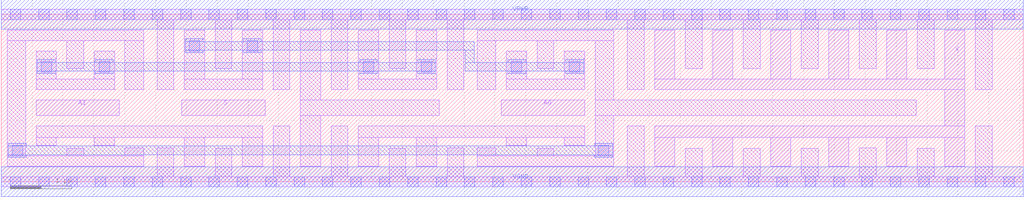
<source format=lef>
# Copyright 2020 The SkyWater PDK Authors
#
# Licensed under the Apache License, Version 2.0 (the "License");
# you may not use this file except in compliance with the License.
# You may obtain a copy of the License at
#
#     https://www.apache.org/licenses/LICENSE-2.0
#
# Unless required by applicable law or agreed to in writing, software
# distributed under the License is distributed on an "AS IS" BASIS,
# WITHOUT WARRANTIES OR CONDITIONS OF ANY KIND, either express or implied.
# See the License for the specific language governing permissions and
# limitations under the License.
#
# SPDX-License-Identifier: Apache-2.0

VERSION 5.7 ;
BUSBITCHARS "[]" ;
DIVIDERCHAR "/" ;
PROPERTYDEFINITIONS
  MACRO maskLayoutSubType STRING ;
  MACRO prCellType STRING ;
  MACRO originalViewName STRING ;
END PROPERTYDEFINITIONS
MACRO sky130_fd_sc_hdll__mux2_12
  ORIGIN  0.000000  0.000000 ;
  CLASS CORE ;
  SYMMETRY X Y R90 ;
  SIZE  16.56000 BY  2.720000 ;
  SITE unithd ;
  PIN A0
    ANTENNAGATEAREA  1.110000 ;
    DIRECTION INPUT ;
    USE SIGNAL ;
    PORT
      LAYER li1 ;
        RECT 8.105000 1.075000 9.455000 1.325000 ;
    END
  END A0
  PIN A1
    ANTENNAGATEAREA  1.110000 ;
    DIRECTION INPUT ;
    USE SIGNAL ;
    PORT
      LAYER li1 ;
        RECT 0.565000 1.075000 1.915000 1.325000 ;
    END
  END A1
  PIN S
    ANTENNAGATEAREA  1.665000 ;
    DIRECTION INPUT ;
    USE SIGNAL ;
    PORT
      LAYER li1 ;
        RECT 2.925000 1.075000 4.275000 1.325000 ;
    END
  END S
  PIN VGND
    DIRECTION INOUT ;
    USE SIGNAL ;
    PORT
      LAYER met1 ;
        RECT 0.000000 -0.240000 16.560000 0.240000 ;
    END
  END VGND
  PIN VPWR
    DIRECTION INOUT ;
    USE SIGNAL ;
    PORT
      LAYER met1 ;
        RECT 0.000000 2.480000 16.560000 2.960000 ;
    END
  END VPWR
  PIN X
    ANTENNADIFFAREA  2.793000 ;
    DIRECTION OUTPUT ;
    USE SIGNAL ;
    PORT
      LAYER li1 ;
        RECT 10.585000 0.255000 10.915000 0.725000 ;
        RECT 10.585000 0.725000 15.615000 0.905000 ;
        RECT 10.585000 1.495000 15.615000 1.665000 ;
        RECT 10.585000 1.665000 10.915000 2.465000 ;
        RECT 11.525000 0.255000 11.855000 0.725000 ;
        RECT 11.525000 1.665000 11.855000 2.465000 ;
        RECT 12.465000 0.255000 12.795000 0.725000 ;
        RECT 12.465000 1.665000 12.795000 2.465000 ;
        RECT 13.405000 0.255000 13.735000 0.725000 ;
        RECT 13.405000 1.665000 13.735000 2.465000 ;
        RECT 14.345000 0.255000 14.675000 0.725000 ;
        RECT 14.345000 1.665000 14.675000 2.465000 ;
        RECT 15.285000 0.255000 15.615000 0.725000 ;
        RECT 15.285000 0.905000 15.615000 1.495000 ;
        RECT 15.285000 1.665000 15.615000 2.465000 ;
    END
  END X
  OBS
    LAYER li1 ;
      RECT  0.000000 -0.085000 16.560000 0.085000 ;
      RECT  0.000000  2.635000 16.560000 2.805000 ;
      RECT  0.095000  0.255000  2.305000 0.425000 ;
      RECT  0.095000  0.425000  0.395000 2.295000 ;
      RECT  0.095000  2.295000  2.305000 2.465000 ;
      RECT  0.565000  0.595000  0.895000 0.725000 ;
      RECT  0.565000  0.725000  4.235000 0.905000 ;
      RECT  0.565000  1.495000  1.835000 1.665000 ;
      RECT  0.565000  1.665000  0.895000 2.125000 ;
      RECT  1.065000  0.425000  1.335000 0.545000 ;
      RECT  1.065000  1.835000  1.335000 2.295000 ;
      RECT  1.505000  0.595000  1.835000 0.725000 ;
      RECT  1.505000  1.665000  1.835000 2.125000 ;
      RECT  2.005000  0.425000  2.305000 0.550000 ;
      RECT  2.005000  1.495000  2.305000 2.295000 ;
      RECT  2.525000  0.085000  2.795000 0.550000 ;
      RECT  2.525000  1.495000  2.795000 2.635000 ;
      RECT  2.965000  0.255000  3.295000 0.725000 ;
      RECT  2.965000  1.495000  4.235000 1.665000 ;
      RECT  2.965000  1.665000  3.295000 2.465000 ;
      RECT  3.465000  0.085000  3.735000 0.545000 ;
      RECT  3.465000  1.835000  3.735000 2.635000 ;
      RECT  3.905000  0.255000  4.235000 0.725000 ;
      RECT  3.905000  1.665000  4.235000 2.465000 ;
      RECT  4.405000  0.085000  4.675000 0.905000 ;
      RECT  4.405000  1.495000  4.675000 2.635000 ;
      RECT  4.845000  0.255000  5.175000 1.075000 ;
      RECT  4.845000  1.075000  7.095000 1.325000 ;
      RECT  4.845000  1.325000  5.175000 2.465000 ;
      RECT  5.345000  0.085000  5.615000 0.905000 ;
      RECT  5.345000  1.495000  5.615000 2.635000 ;
      RECT  5.785000  0.255000  6.115000 0.725000 ;
      RECT  5.785000  0.725000  9.455000 0.905000 ;
      RECT  5.785000  1.495000  7.055000 1.665000 ;
      RECT  5.785000  1.665000  6.115000 2.465000 ;
      RECT  6.285000  0.085000  6.555000 0.545000 ;
      RECT  6.285000  1.835000  6.555000 2.635000 ;
      RECT  6.725000  0.255000  7.055000 0.725000 ;
      RECT  6.725000  1.665000  7.055000 2.465000 ;
      RECT  7.225000  0.085000  7.495000 0.550000 ;
      RECT  7.225000  1.495000  7.495000 2.635000 ;
      RECT  7.715000  0.255000  9.925000 0.425000 ;
      RECT  7.715000  0.425000  8.015000 0.550000 ;
      RECT  7.715000  1.495000  8.015000 2.295000 ;
      RECT  7.715000  2.295000  9.925000 2.465000 ;
      RECT  8.185000  0.595000  8.515000 0.725000 ;
      RECT  8.185000  1.495000  9.455000 1.665000 ;
      RECT  8.185000  1.665000  8.515000 2.125000 ;
      RECT  8.685000  0.425000  8.955000 0.545000 ;
      RECT  8.685000  1.835000  8.955000 2.295000 ;
      RECT  9.125000  0.595000  9.455000 0.725000 ;
      RECT  9.125000  1.665000  9.455000 2.125000 ;
      RECT  9.625000  0.425000  9.925000 1.075000 ;
      RECT  9.625000  1.075000 14.825000 1.325000 ;
      RECT  9.625000  1.325000  9.925000 2.295000 ;
      RECT 10.145000  0.085000 10.415000 0.905000 ;
      RECT 10.145000  1.495000 10.415000 2.635000 ;
      RECT 11.085000  0.085000 11.355000 0.545000 ;
      RECT 11.085000  1.835000 11.355000 2.635000 ;
      RECT 12.025000  0.085000 12.295000 0.545000 ;
      RECT 12.025000  1.835000 12.295000 2.635000 ;
      RECT 12.965000  0.085000 13.235000 0.545000 ;
      RECT 12.965000  1.835000 13.235000 2.635000 ;
      RECT 13.905000  0.085000 14.175000 0.550000 ;
      RECT 13.905000  1.835000 14.175000 2.635000 ;
      RECT 14.845000  0.085000 15.115000 0.545000 ;
      RECT 14.845000  1.835000 15.115000 2.635000 ;
      RECT 15.785000  0.085000 16.055000 0.905000 ;
      RECT 15.785000  1.495000 16.055000 2.635000 ;
    LAYER mcon ;
      RECT  0.145000 -0.085000  0.315000 0.085000 ;
      RECT  0.145000  2.635000  0.315000 2.805000 ;
      RECT  0.175000  0.425000  0.345000 0.595000 ;
      RECT  0.605000 -0.085000  0.775000 0.085000 ;
      RECT  0.605000  2.635000  0.775000 2.805000 ;
      RECT  0.645000  1.785000  0.815000 1.955000 ;
      RECT  1.065000 -0.085000  1.235000 0.085000 ;
      RECT  1.065000  2.635000  1.235000 2.805000 ;
      RECT  1.525000 -0.085000  1.695000 0.085000 ;
      RECT  1.525000  2.635000  1.695000 2.805000 ;
      RECT  1.585000  1.785000  1.755000 1.955000 ;
      RECT  1.985000 -0.085000  2.155000 0.085000 ;
      RECT  1.985000  2.635000  2.155000 2.805000 ;
      RECT  2.445000 -0.085000  2.615000 0.085000 ;
      RECT  2.445000  2.635000  2.615000 2.805000 ;
      RECT  2.905000 -0.085000  3.075000 0.085000 ;
      RECT  2.905000  2.635000  3.075000 2.805000 ;
      RECT  3.045000  2.125000  3.215000 2.295000 ;
      RECT  3.365000 -0.085000  3.535000 0.085000 ;
      RECT  3.365000  2.635000  3.535000 2.805000 ;
      RECT  3.825000 -0.085000  3.995000 0.085000 ;
      RECT  3.825000  2.635000  3.995000 2.805000 ;
      RECT  3.985000  2.125000  4.155000 2.295000 ;
      RECT  4.285000 -0.085000  4.455000 0.085000 ;
      RECT  4.285000  2.635000  4.455000 2.805000 ;
      RECT  4.745000 -0.085000  4.915000 0.085000 ;
      RECT  4.745000  2.635000  4.915000 2.805000 ;
      RECT  5.205000 -0.085000  5.375000 0.085000 ;
      RECT  5.205000  2.635000  5.375000 2.805000 ;
      RECT  5.665000 -0.085000  5.835000 0.085000 ;
      RECT  5.665000  2.635000  5.835000 2.805000 ;
      RECT  5.865000  1.785000  6.035000 1.955000 ;
      RECT  6.125000 -0.085000  6.295000 0.085000 ;
      RECT  6.125000  2.635000  6.295000 2.805000 ;
      RECT  6.585000 -0.085000  6.755000 0.085000 ;
      RECT  6.585000  2.635000  6.755000 2.805000 ;
      RECT  6.805000  1.785000  6.975000 1.955000 ;
      RECT  7.045000 -0.085000  7.215000 0.085000 ;
      RECT  7.045000  2.635000  7.215000 2.805000 ;
      RECT  7.505000 -0.085000  7.675000 0.085000 ;
      RECT  7.505000  2.635000  7.675000 2.805000 ;
      RECT  7.965000 -0.085000  8.135000 0.085000 ;
      RECT  7.965000  2.635000  8.135000 2.805000 ;
      RECT  8.265000  1.785000  8.435000 1.955000 ;
      RECT  8.425000 -0.085000  8.595000 0.085000 ;
      RECT  8.425000  2.635000  8.595000 2.805000 ;
      RECT  8.885000 -0.085000  9.055000 0.085000 ;
      RECT  8.885000  2.635000  9.055000 2.805000 ;
      RECT  9.205000  1.785000  9.375000 1.955000 ;
      RECT  9.345000 -0.085000  9.515000 0.085000 ;
      RECT  9.345000  2.635000  9.515000 2.805000 ;
      RECT  9.675000  0.425000  9.845000 0.595000 ;
      RECT  9.805000 -0.085000  9.975000 0.085000 ;
      RECT  9.805000  2.635000  9.975000 2.805000 ;
      RECT 10.265000 -0.085000 10.435000 0.085000 ;
      RECT 10.265000  2.635000 10.435000 2.805000 ;
      RECT 10.725000 -0.085000 10.895000 0.085000 ;
      RECT 10.725000  2.635000 10.895000 2.805000 ;
      RECT 11.185000 -0.085000 11.355000 0.085000 ;
      RECT 11.185000  2.635000 11.355000 2.805000 ;
      RECT 11.645000 -0.085000 11.815000 0.085000 ;
      RECT 11.645000  2.635000 11.815000 2.805000 ;
      RECT 12.105000 -0.085000 12.275000 0.085000 ;
      RECT 12.105000  2.635000 12.275000 2.805000 ;
      RECT 12.565000 -0.085000 12.735000 0.085000 ;
      RECT 12.565000  2.635000 12.735000 2.805000 ;
      RECT 13.025000 -0.085000 13.195000 0.085000 ;
      RECT 13.025000  2.635000 13.195000 2.805000 ;
      RECT 13.485000 -0.085000 13.655000 0.085000 ;
      RECT 13.485000  2.635000 13.655000 2.805000 ;
      RECT 13.945000 -0.085000 14.115000 0.085000 ;
      RECT 13.945000  2.635000 14.115000 2.805000 ;
      RECT 14.405000 -0.085000 14.575000 0.085000 ;
      RECT 14.405000  2.635000 14.575000 2.805000 ;
      RECT 14.865000 -0.085000 15.035000 0.085000 ;
      RECT 14.865000  2.635000 15.035000 2.805000 ;
      RECT 15.325000 -0.085000 15.495000 0.085000 ;
      RECT 15.325000  2.635000 15.495000 2.805000 ;
      RECT 15.785000 -0.085000 15.955000 0.085000 ;
      RECT 15.785000  2.635000 15.955000 2.805000 ;
      RECT 16.245000 -0.085000 16.415000 0.085000 ;
      RECT 16.245000  2.635000 16.415000 2.805000 ;
    LAYER met1 ;
      RECT 0.115000 0.395000 0.405000 0.440000 ;
      RECT 0.115000 0.440000 9.905000 0.580000 ;
      RECT 0.115000 0.580000 0.405000 0.625000 ;
      RECT 0.585000 1.755000 0.875000 1.800000 ;
      RECT 0.585000 1.800000 7.035000 1.940000 ;
      RECT 0.585000 1.940000 0.875000 1.985000 ;
      RECT 1.525000 1.755000 1.815000 1.800000 ;
      RECT 1.525000 1.940000 1.815000 1.985000 ;
      RECT 2.985000 2.095000 3.275000 2.140000 ;
      RECT 2.985000 2.140000 7.660000 2.280000 ;
      RECT 2.985000 2.280000 3.275000 2.325000 ;
      RECT 3.925000 2.095000 4.215000 2.140000 ;
      RECT 3.925000 2.280000 4.215000 2.325000 ;
      RECT 5.805000 1.755000 6.095000 1.800000 ;
      RECT 5.805000 1.940000 6.095000 1.985000 ;
      RECT 6.745000 1.755000 7.035000 1.800000 ;
      RECT 6.745000 1.940000 7.035000 1.985000 ;
      RECT 7.520000 1.800000 9.435000 1.940000 ;
      RECT 7.520000 1.940000 7.660000 2.140000 ;
      RECT 8.205000 1.755000 8.495000 1.800000 ;
      RECT 8.205000 1.940000 8.495000 1.985000 ;
      RECT 9.145000 1.755000 9.435000 1.800000 ;
      RECT 9.145000 1.940000 9.435000 1.985000 ;
      RECT 9.615000 0.395000 9.905000 0.440000 ;
      RECT 9.615000 0.580000 9.905000 0.625000 ;
  END
  PROPERTY maskLayoutSubType "abstract" ;
  PROPERTY prCellType "standard" ;
  PROPERTY originalViewName "layout" ;
END sky130_fd_sc_hdll__mux2_12

</source>
